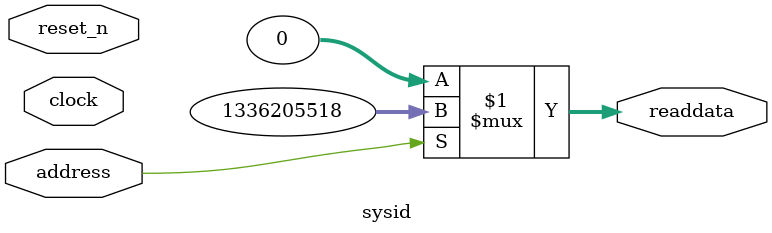
<source format=v>

`timescale 1ns / 1ps
// synthesis translate_on

// turn off superfluous verilog processor warnings 
// altera message_level Level1 
// altera message_off 10034 10035 10036 10037 10230 10240 10030 

module sysid (
               // inputs:
                address,
                clock,
                reset_n,

               // outputs:
                readdata
             )
;

  output  [ 31: 0] readdata;
  input            address;
  input            clock;
  input            reset_n;

  wire    [ 31: 0] readdata;
  //control_slave, which is an e_avalon_slave
  assign readdata = address ? 1336205518 : 0;

endmodule


</source>
